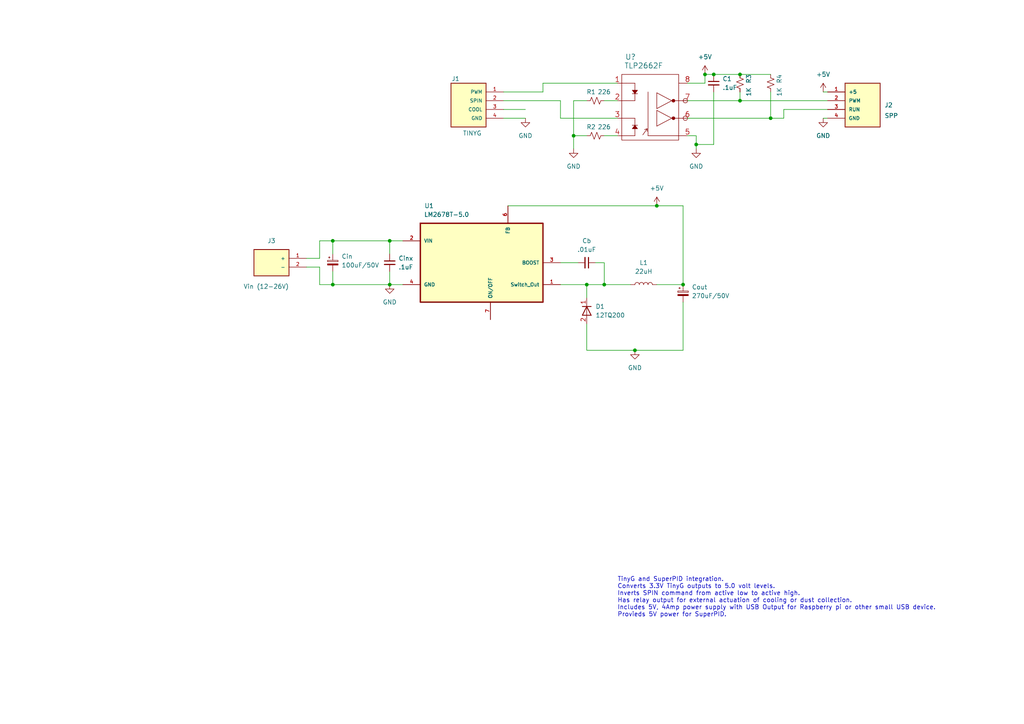
<source format=kicad_sch>
(kicad_sch (version 20211123) (generator eeschema)
  (paper "A4")
  (title_block (title "TinyG-SuperPID Integrator") (date "2022-12-12"))
  (lib_symbols
    (symbol "1_MyGlobalLib:LM2678T-5.0" (pin_names (offset 1.016))
      (property "Reference" "U" (at -4.7771 8.6648 0))
      (property "Value" "LM2678T-5.0" (at -17.78 -17.78 0))
      (symbol "LM2678T-5.0_0_0"
        (rectangle (start -17.78 -15.24) (end 17.78 7.62) (stroke (width 0.4064)) (fill (type background)))
        (pin output line (at 22.86 -10.16 180) (length 5.08) (name "Switch_Out") (number "1"))
        (pin input line (at -22.86 2.54 0) (length 5.08) (name "VIN") (number "2"))
        (pin passive line (at 22.86 -3.81 180) (length 5.08) (name "BOOST") (number "3"))
        (pin passive line (at -22.86 -10.16 0) (length 5.08) (name "GND") (number "4"))
        (pin no_connect line (at -6.35 -2.54 180) (length 5.08) hide (name "NC") (number "5"))
        (pin passive line (at 7.62 12.7 270) (length 5.08) (name "FB") (number "6"))
        (pin passive line (at 2.54 -20.32 90) (length 5.08) (name "ON/OFF") (number "7"))
      )
    )
    (symbol "1_MyGlobalLib:TB001-500-02BE" (pin_names (offset 1.016))
      (property "Reference" "J?" (at 0 7.62 0))
      (symbol "TB001-500-02BE_0_0"
        (rectangle (start -5.08 -2.54) (end 5.08 5.08) (stroke (width 0.254)) (fill (type background)))
        (pin passive line (at -10.16 2.54 0) (length 5.08) (name "+") (number "1"))
        (pin passive line (at -10.16 0 0) (length 5.08) (name "-") (number "2"))
      )
    )
    (symbol "1_MyGlobalLib:TB001-500-04BE" (pin_names (offset 1.016))
      (property "Reference" "J?" (at 6.35 1.2701 0))
      (property "Value" "SPP" (at 6.35 -2.54 0))
      (symbol "TB001-500-04BE_0_0"
        (rectangle (start -5.08 -5.08) (end 5.08 7.62) (stroke (width 0.254)) (fill (type background)))
        (pin passive line (at -10.16 5.08 0) (length 5.08) (name "+5") (number "1"))
        (pin passive line (at -10.16 2.54 0) (length 5.08) (name "PWM") (number "2"))
        (pin passive line (at -10.16 0 0) (length 5.08) (name "RUN") (number "3"))
        (pin passive line (at -10.16 -2.54 0) (length 5.08) (name "GND") (number "4"))
      )
    )
    (symbol "1_MyGlobalLib:TLP2662F" (pin_names (offset 4.064) hide)
      (property "Reference" "U" (at 0 1.27 0))
      (property "Value" "TLP2662F" (at 6.35 -20.32 0))
      (property "Cost1" "1.84" (at 0 0 0))
      (symbol "TLP2662F_1_1"
        (polyline (pts (xy -2.54 -17.78) (xy 0 -17.78)))
        (polyline (pts (xy -2.54 -12.7) (xy 0 -12.7)))
        (polyline (pts (xy -2.54 -7.62) (xy 0 -7.62)))
        (polyline (pts (xy -2.54 -2.54) (xy 0 -2.54)))
        (polyline (pts (xy 1.778 -14.732) (xy 3.302 -14.732)))
        (polyline (pts (xy 1.778 -5.588) (xy 3.302 -5.588)))
        (polyline (pts (xy 2.54 -17.78) (xy 0 -17.78)))
        (polyline (pts (xy 2.54 -15.748) (xy 2.54 -17.78)))
        (polyline (pts (xy 2.54 -14.732) (xy 2.54 -12.7)))
        (polyline (pts (xy 2.54 -12.7) (xy 0 -12.7)))
        (polyline (pts (xy 2.54 -7.62) (xy 0 -7.62)))
        (polyline (pts (xy 2.54 -7.62) (xy 2.54 -5.588)))
        (polyline (pts (xy 2.54 -2.54) (xy 0 -2.54)))
        (polyline (pts (xy 2.54 -2.54) (xy 2.54 -4.572)))
        (polyline (pts (xy 5.334 -16.002) (xy 6.096 -15.748)))
        (polyline (pts (xy 6.096 -16.51) (xy 6.096 -15.748)))
        (polyline (pts (xy 6.096 -15.748) (xy 4.826 -17.526)))
        (polyline (pts (xy 6.35 -17.78) (xy 15.24 -17.78)))
        (polyline (pts (xy 6.35 -5.08) (xy 6.35 -17.78)))
        (polyline (pts (xy 8.89 -14.986) (xy 13.208 -12.7)))
        (polyline (pts (xy 8.89 -10.414) (xy 8.89 -14.986)))
        (polyline (pts (xy 8.89 -10.414) (xy 13.208 -12.7)))
        (polyline (pts (xy 8.89 -9.906) (xy 13.208 -7.62)))
        (polyline (pts (xy 8.89 -5.334) (xy 8.89 -9.906)))
        (polyline (pts (xy 8.89 -5.334) (xy 13.208 -7.62)))
        (polyline (pts (xy 14.224 -12.7) (xy 15.24 -12.7)))
        (polyline (pts (xy 14.224 -7.62) (xy 15.24 -7.62)))
        (polyline (pts (xy 17.78 -17.78) (xy 15.24 -17.78)))
        (polyline (pts (xy 17.78 -12.7) (xy 15.24 -12.7)))
        (polyline (pts (xy 17.78 -7.62) (xy 15.24 -7.62)))
        (polyline (pts (xy 17.78 -2.54) (xy 15.24 -2.54)))
        (polyline (pts (xy -1.27 0) (xy -1.27 -19.05) (xy 15.24 -19.05) (xy 15.24 0) (xy -1.27 0)))
        (polyline (pts (xy 1.778 -15.748) (xy 1.778 -15.748) (xy 3.302 -15.748) (xy 2.54 -14.732) (xy 1.778 -15.748) (xy 1.778 -15.748)) (fill (type outline)))
        (polyline (pts (xy 1.778 -4.572) (xy 1.778 -4.572) (xy 3.302 -4.572) (xy 2.54 -5.588) (xy 1.778 -4.572) (xy 1.778 -4.572)) (fill (type outline)))
        (circle (center 13.716 -12.7) (radius 0.254) (stroke (width 0.508)))
        (circle (center 13.716 -7.62) (radius 0.254) (stroke (width 0.508)))
        (pin input line (at -2.54 -2.54 180) (length 0.0254) (name "A1") (number "1"))
        (pin input line (at -2.54 -7.62 180) (length 0.0254) (name "C1") (number "2"))
        (pin input line (at -2.54 -12.7 180) (length 0.0254) (name "C2") (number "3"))
        (pin input line (at -2.54 -17.78 180) (length 0.0254) (name "A2") (number "4"))
        (pin power_in line (at 17.78 -17.78 0) (length 0.0254) (name "GND") (number "5"))
        (pin output inverted (at 17.78 -12.7 0) (length 0.0254) (name "O2") (number "6"))
        (pin output inverted (at 17.78 -7.62 0) (length 0.0254) (name "O1") (number "7"))
        (pin power_in line (at 17.78 -2.54 0) (length 0.0254) (name "Vcc") (number "8"))
      )
    )
    (symbol "Device:C_Polarized_Small" (pin_numbers hide) (pin_names (offset 0.254) hide)
      (property "Reference" "C" (at 0.254 1.778 0))
      (property "Value" "C_Polarized_Small" (at 0.254 -2.032 0))
      (symbol "C_Polarized_Small_0_1"
        (rectangle (start -1.524 -0.3048) (end 1.524 -0.6858) (fill (type outline)))
        (rectangle (start -1.524 0.6858) (end 1.524 0.3048))
        (polyline (pts (xy -1.27 1.524) (xy -0.762 1.524)))
        (polyline (pts (xy -1.016 1.27) (xy -1.016 1.778)))
      )
      (symbol "C_Polarized_Small_1_1"
        (pin passive line (at 0 2.54 270) (length 1.8542) (name "~") (number "1"))
        (pin passive line (at 0 -2.54 90) (length 1.8542) (name "~") (number "2"))
      )
    )
    (symbol "Device:C_Small" (pin_numbers hide) (pin_names (offset 0.254) hide)
      (property "Reference" "C" (at 0.254 1.778 0))
      (property "Value" "C_Small" (at 0.254 -2.032 0))
      (symbol "C_Small_0_1"
        (polyline (pts (xy -1.524 -0.508) (xy 1.524 -0.508)) (stroke (width 0.3302)))
        (polyline (pts (xy -1.524 0.508) (xy 1.524 0.508)) (stroke (width 0.3048)))
      )
      (symbol "C_Small_1_1"
        (pin passive line (at 0 2.54 270) (length 2.032) (name "~") (number "1"))
        (pin passive line (at 0 -2.54 90) (length 2.032) (name "~") (number "2"))
      )
    )
    (symbol "Device:L" (pin_numbers hide) (pin_names (offset 1.016) hide)
      (property "Reference" "L" (at -1.27 0 90))
      (property "Value" "L" (at 1.905 0 90))
      (symbol "L_0_1"
        (arc (start 0 -2.54) (mid 0.635 -1.905) (end 0 -1.27))
        (arc (start 0 -1.27) (mid 0.635 -0.635) (end 0 0))
        (arc (start 0 0) (mid 0.635 0.635) (end 0 1.27))
        (arc (start 0 1.27) (mid 0.635 1.905) (end 0 2.54))
      )
      (symbol "L_1_1"
        (pin passive line (at 0 3.81 270) (length 1.27) (name "1") (number "1"))
        (pin passive line (at 0 -3.81 90) (length 1.27) (name "2") (number "2"))
      )
    )
    (symbol "Device:R_Small_US" (pin_numbers hide) (pin_names (offset 0.254) hide)
      (property "Reference" "R" (at 0.762 0.508 0))
      (property "Value" "R_Small_US" (at 0.762 -1.016 0))
      (symbol "R_Small_US_1_1"
        (polyline (pts (xy 0 0) (xy 1.016 -0.381) (xy 0 -0.762) (xy -1.016 -1.143) (xy 0 -1.524)))
        (polyline (pts (xy 0 1.524) (xy 1.016 1.143) (xy 0 0.762) (xy -1.016 0.381) (xy 0 0)))
        (pin passive line (at 0 2.54 270) (length 1.016) (name "~") (number "1"))
        (pin passive line (at 0 -2.54 90) (length 1.016) (name "~") (number "2"))
      )
    )
    (symbol "Diode:BYV79-100" (pin_names (offset 1.016) hide)
      (property "Reference" "D" (at 0 2.54 0))
      (property "Value" "BYV79-100" (at 0 -2.54 0))
      (symbol "BYV79-100_0_1"
        (polyline (pts (xy -1.27 1.27) (xy -1.27 -1.27)) (stroke (width 0.254)))
        (polyline (pts (xy 1.27 0) (xy -1.27 0)))
        (polyline (pts (xy 1.27 1.27) (xy 1.27 -1.27) (xy -1.27 0) (xy 1.27 1.27)) (stroke (width 0.254)))
      )
      (symbol "BYV79-100_1_1"
        (pin passive line (at -3.81 0 0) (length 2.54) (name "K") (number "1"))
        (pin passive line (at 3.81 0 180) (length 2.54) (name "A") (number "2"))
      )
    )
    (symbol "TB001-500-04BE_1" (pin_names (offset 1.016))
      (property "Reference" "J?" (at -6.35 1.2701 0))
      (property "Value" "TB001-500-04BE_1" (at -3.81 -7.62 0))
      (symbol "TB001-500-04BE_1_0_0"
        (rectangle (start -5.08 -5.08) (end 5.08 7.62) (stroke (width 0.254)) (fill (type background)))
        (pin passive line (at -10.16 5.08 0) (length 5.08) (name "PWM") (number "1"))
        (pin passive line (at -10.16 2.54 0) (length 5.08) (name "SPIN") (number "2"))
        (pin passive line (at -10.16 0 0) (length 5.08) (name "COOL") (number "3"))
        (pin passive line (at -10.16 -2.54 0) (length 5.08) (name "GND") (number "4"))
      )
    )
    (symbol "power:+5V" (power) (pin_names (offset 0))
      (property "Value" "+5V" (at 0 3.556 0))
      (symbol "+5V_0_1"
        (polyline (pts (xy -0.762 1.27) (xy 0 2.54)))
        (polyline (pts (xy 0 0) (xy 0 2.54)))
        (polyline (pts (xy 0 2.54) (xy 0.762 1.27)))
      )
      (symbol "+5V_1_1"
        (pin power_in line (at 0 0 90) (length 0) hide (name "+5V") (number "1"))
      )
    )
    (symbol "power:GND" (power) (pin_names (offset 0))
      (property "Value" "GND" (at 0 -3.81 0))
      (symbol "GND_0_1"
        (polyline (pts (xy 0 0) (xy 0 -1.27) (xy 1.27 -1.27) (xy 0 -2.54) (xy -1.27 -1.27) (xy 0 -1.27)))
      )
      (symbol "GND_1_1"
        (pin power_in line (at 0 0 270) (length 0) hide (name "GND") (number "1"))
      )
    )
  )
  (junction (at 96.52 69.85))
  (junction (at 96.52 82.55))
  (junction (at 207.01 21.59))
  (junction (at 113.03 69.85))
  (junction (at 204.47 21.59))
  (junction (at 175.26 82.55))
  (junction (at 198.12 82.55))
  (junction (at 184.15 101.6))
  (junction (at 166.37 39.37))
  (junction (at 170.18 82.55))
  (junction (at 214.63 29.21))
  (junction (at 201.93 41.91))
  (junction (at 214.63 21.59))
  (junction (at 113.03 82.55))
  (junction (at 190.5 59.69))
  (junction (at 223.52 34.29))
  (wire (pts (xy 204.47 24.13) (xy 204.47 21.59)))
  (wire (pts (xy 175.26 29.21) (xy 179.07 29.21)))
  (wire (pts (xy 166.37 39.37) (xy 170.18 39.37)))
  (wire (pts (xy 92.71 74.93) (xy 92.71 69.85)))
  (wire (pts (xy 223.52 34.29) (xy 223.52 26.67)))
  (wire (pts (xy 88.9 77.47) (xy 92.71 77.47)))
  (wire (pts (xy 157.48 24.13) (xy 179.07 24.13)))
  (wire (pts (xy 201.93 41.91) (xy 201.93 39.37)))
  (wire (pts (xy 240.03 31.75) (xy 227.33 31.75)))
  (wire (pts (xy 199.39 24.13) (xy 204.47 24.13)))
  (wire (pts (xy 238.76 26.67) (xy 240.03 26.67)))
  (wire (pts (xy 207.01 26.67) (xy 207.01 41.91)))
  (wire (pts (xy 92.71 69.85) (xy 96.52 69.85)))
  (wire (pts (xy 146.05 29.21) (xy 162.56 29.21)))
  (wire (pts (xy 190.5 59.69) (xy 198.12 59.69)))
  (wire (pts (xy 198.12 87.63) (xy 198.12 101.6)))
  (wire (pts (xy 240.03 34.29) (xy 238.76 34.29)))
  (wire (pts (xy 227.33 31.75) (xy 227.33 34.29)))
  (wire (pts (xy 199.39 29.21) (xy 214.63 29.21)))
  (wire (pts (xy 172.72 76.2) (xy 175.26 76.2)))
  (wire (pts (xy 175.26 76.2) (xy 175.26 82.55)))
  (wire (pts (xy 113.03 69.85) (xy 113.03 73.66)))
  (wire (pts (xy 214.63 21.59) (xy 223.52 21.59)))
  (wire (pts (xy 113.03 82.55) (xy 96.52 82.55)))
  (wire (pts (xy 204.47 21.59) (xy 207.01 21.59)))
  (wire (pts (xy 88.9 74.93) (xy 92.71 74.93)))
  (wire (pts (xy 170.18 82.55) (xy 170.18 86.36)))
  (wire (pts (xy 113.03 69.85) (xy 116.84 69.85)))
  (wire (pts (xy 157.48 26.67) (xy 157.48 24.13)))
  (wire (pts (xy 214.63 29.21) (xy 214.63 26.67)))
  (wire (pts (xy 162.56 82.55) (xy 170.18 82.55)))
  (wire (pts (xy 96.52 73.66) (xy 96.52 69.85)))
  (wire (pts (xy 162.56 76.2) (xy 167.64 76.2)))
  (wire (pts (xy 175.26 82.55) (xy 182.88 82.55)))
  (wire (pts (xy 198.12 101.6) (xy 184.15 101.6)))
  (wire (pts (xy 92.71 77.47) (xy 92.71 82.55)))
  (wire (pts (xy 170.18 82.55) (xy 175.26 82.55)))
  (wire (pts (xy 170.18 101.6) (xy 170.18 93.98)))
  (wire (pts (xy 146.05 26.67) (xy 157.48 26.67)))
  (wire (pts (xy 162.56 34.29) (xy 179.07 34.29)))
  (wire (pts (xy 201.93 43.18) (xy 201.93 41.91)))
  (wire (pts (xy 207.01 21.59) (xy 214.63 21.59)))
  (wire (pts (xy 175.26 39.37) (xy 179.07 39.37)))
  (wire (pts (xy 152.4 34.29) (xy 146.05 34.29)))
  (wire (pts (xy 198.12 59.69) (xy 198.12 82.55)))
  (wire (pts (xy 166.37 29.21) (xy 166.37 39.37)))
  (wire (pts (xy 166.37 29.21) (xy 170.18 29.21)))
  (wire (pts (xy 152.4 31.75) (xy 146.05 31.75)))
  (wire (pts (xy 96.52 82.55) (xy 96.52 78.74)))
  (wire (pts (xy 166.37 39.37) (xy 166.37 43.18)))
  (wire (pts (xy 96.52 69.85) (xy 113.03 69.85)))
  (wire (pts (xy 184.15 101.6) (xy 170.18 101.6)))
  (wire (pts (xy 147.32 59.69) (xy 190.5 59.69)))
  (wire (pts (xy 214.63 29.21) (xy 240.03 29.21)))
  (wire (pts (xy 113.03 78.74) (xy 113.03 82.55)))
  (wire (pts (xy 199.39 34.29) (xy 223.52 34.29)))
  (wire (pts (xy 201.93 39.37) (xy 199.39 39.37)))
  (wire (pts (xy 116.84 82.55) (xy 113.03 82.55)))
  (wire (pts (xy 227.33 34.29) (xy 223.52 34.29)))
  (wire (pts (xy 162.56 29.21) (xy 162.56 34.29)))
  (wire (pts (xy 92.71 82.55) (xy 96.52 82.55)))
  (wire (pts (xy 190.5 82.55) (xy 198.12 82.55)))
  (wire (pts (xy 207.01 41.91) (xy 201.93 41.91)))
  (text "TinyG and SuperPID integration.\nConverts 3.3V TinyG outputs to 5.0 volt levels.\nInverts SPIN command from active low to active high.\nHas relay output for external actuation of cooling or dust collection.\nIncludes 5V, 4Amp power supply with USB Output for Raspberry pi or other small USB device.\nProvieds 5V power for SuperPID." (at 179.07 179.07 0) (effects (font (size 1.27 1.27)) (justify left bottom)))
  (symbol (lib_id "power:GND") (at 238.76 34.29 0) (mirror y) (unit 1)
    (property "Reference" "#PWR?" (effects hide))
    (property "Value" "GND" (at 238.76 39.37 0))
  )
  (symbol (lib_id "power:GND") (at 166.37 43.18 0) (unit 1)
    (property "Reference" "#PWR?" (effects hide))
    (property "Value" "GND" (at 166.37 48.26 0))
  )
  (symbol (lib_id "power:GND") (at 152.4 34.29 0) (mirror y) (unit 1)
    (property "Reference" "#PWR?" (effects hide))
    (property "Value" "GND" (at 152.4 39.37 0))
  )
  (symbol (lib_id "1_MyGlobalLib:TB001-500-02BE") (at 78.74 77.47 0) (mirror y) (unit 1)
    (property "Reference" "J3" (at 78.74 69.85 0))
    (property "Value" "Vin (12-26V)" (at 83.82 83.82 0) (effects (justify left bottom)))
    (property "Footprint" "1_MyGlobalLibFootprintLibrary:CUI_TB001-500-02BE" (effects hide))
    (property "MANUFACTURER" "CUI" (effects hide))
    (property "STANDARD" "Manufacturer Recommendations" (effects hide))
    (property "Digikey" "102-6134-ND" (effects hide))
    (property "Cost1" ".66" (effects hide))
  )
  (symbol (lib_id "Device:R_Small_US") (at 214.63 24.13 180) (unit 1)
    (property "Reference" "R3" (at 217.17 22.86 90))
    (property "Value" "1K" (at 217.17 26.67 90))
    (property "Footprint" "1_MyGlobalLibFootprintLibrary:MRS25000C2260FCT00" (effects hide))
    (property "Digikey" "BC3325CT-ND" (effects hide))
    (property "Cost1" ".29" (effects hide))
  )
  (symbol (lib_id "power:GND") (at 113.03 82.55 0) (unit 1)
    (property "Reference" "#PWR?" (effects hide))
    (property "Value" "GND" (at 113.03 87.63 0))
  )
  (symbol (lib_id "Device:C_Polarized_Small") (at 198.12 85.09 0) (unit 1)
    (property "Reference" "Cout" (at 200.66 83.2738 0) (effects (justify left)))
    (property "Value" "270uF/50V" (at 200.66 85.8138 0) (effects (justify left)))
    (property "Footprint" "Capacitor_THT:CP_Radial_D10.0mm_P5.00mm" (effects hide))
    (property "Digikey" "399-ESY277M050AH4AA-ND" (effects hide))
  )
  (symbol (lib_id "Diode:BYV79-100") (at 170.18 90.17 270) (unit 1)
    (property "Reference" "D1" (at 172.72 88.8999 90) (effects (justify left)))
    (property "Value" "12TQ200" (at 172.72 91.4399 90) (effects (justify left)))
    (property "Footprint" "Package_TO_SOT_THT:TO-220-2_Vertical" (effects hide))
    (property "Datasheet" "http://pdf.datasheetcatalog.com/datasheet/philips/BYV79-100.pdf" (effects hide))
    (property "Digikey" "1655-1003-ND" (effects hide))
    (property "COST1" ".90" (effects hide))
  )
  (symbol (lib_id "Device:R_Small_US") (at 172.72 29.21 270) (unit 1)
    (property "Reference" "R1" (at 171.45 26.67 90))
    (property "Value" "226" (at 175.26 26.67 90))
    (property "Footprint" "1_MyGlobalLibFootprintLibrary:MRS25000C2260FCT00" (effects hide))
    (property "Digikey" "BC4072CT-ND" (effects hide))
    (property "Cost1" ".29" (effects hide))
  )
  (symbol (lib_id "power:+5V") (at 204.47 21.59 0) (unit 1)
    (property "Reference" "#PWR?" (effects hide))
    (property "Value" "+5V" (at 204.47 16.51 0))
  )
  (symbol (lib_id "Device:C_Polarized_Small") (at 96.52 76.2 0) (unit 1)
    (property "Reference" "Cin" (at 99.06 74.3838 0) (effects (justify left)))
    (property "Value" "100uF/50V" (at 99.06 76.9238 0) (effects (justify left)))
    (property "Footprint" "Capacitor_THT:CP_Radial_D8.0mm_P3.50mm" (effects hide))
    (property "Digikey" "399-6119-ND" (effects hide))
    (property "Cost1" ".49" (effects hide))
  )
  (symbol (lib_id "1_MyGlobalLib:TLP2662F") (at 181.61 21.59 0) (unit 1)
    (property "Reference" "U?" (at 182.88 16.51 0) (effects (font (size 1.524 1.524))))
    (property "Value" "TLP2662F" (at 186.69 19.05 0) (effects (font (size 1.524 1.524))))
    (property "Footprint" "1_MyGlobalLibFootprintLibrary:TLP2662F" (effects hide))
    (property "Digikey" "TLP2662(F)-ND" (effects hide))
    (property "Cost1" "1.84" (effects hide))
  )
  (symbol (lib_id "power:GND") (at 201.93 43.18 0) (unit 1)
    (property "Reference" "#PWR?" (effects hide))
    (property "Value" "GND" (at 201.93 48.26 0))
  )
  (symbol (lib_id "Device:C_Small") (at 113.03 76.2 0) (unit 1)
    (property "Reference" "Cinx" (at 115.57 74.9362 0) (effects (justify left)))
    (property "Value" ".1uF" (at 115.57 77.4762 0) (effects (justify left)))
    (property "Footprint" "Capacitor_THT:C_Disc_D3.8mm_W2.6mm_P2.50mm" (effects hide))
    (property "Digikey" "445-173588-1-ND" (effects hide))
    (property "Cost1" ".23" (effects hide))
  )
  (symbol (lib_id "Device:R_Small_US") (at 172.72 39.37 270) (unit 1)
    (property "Reference" "R2" (at 171.45 36.83 90))
    (property "Value" "226" (at 175.26 36.83 90))
    (property "Footprint" "1_MyGlobalLibFootprintLibrary:MRS25000C2260FCT00" (effects hide))
    (property "Digikey" "BC4072CT-ND" (effects hide))
    (property "Cost1" ".29" (effects hide))
  )
  (symbol (lib_id "power:GND") (at 184.15 101.6 0) (unit 1)
    (property "Reference" "#PWR?" (effects hide))
    (property "Value" "GND" (at 184.15 106.68 0))
  )
  (symbol (lib_name "TB001-500-04BE_1") (lib_id "1_MyGlobalLib:TB001-500-04BE") (at 135.89 31.75 0) (mirror y) (unit 1)
    (property "Reference" "J1" (at 133.35 22.86 0) (effects (justify left)))
    (property "Value" "TINYG" (at 139.7 39.37 0) (effects (justify left bottom)))
    (property "Footprint" "1_MyGlobalLibFootprintLibrary:CUI_TB001-500-04BE" (effects hide))
    (property "MANUFACTURER" "CUI" (effects hide))
    (property "STANDARD" "Manufacturer Recommendations" (effects hide))
    (property "Digikey" "102-6136-ND" (effects hide))
    (property "Cost1" ".85" (effects hide))
  )
  (symbol (lib_id "power:+5V") (at 238.76 26.67 0) (mirror y) (unit 1)
    (property "Reference" "#PWR?" (effects hide))
    (property "Value" "+5V" (at 238.76 21.59 0))
  )
  (symbol (lib_id "Device:C_Small") (at 207.01 24.13 0) (unit 1)
    (property "Reference" "C1" (at 209.55 22.8662 0) (effects (justify left)))
    (property "Value" ".1uF" (at 209.55 25.4062 0) (effects (justify left)))
    (property "Footprint" "Capacitor_THT:C_Disc_D3.8mm_W2.6mm_P2.50mm" (effects hide))
    (property "Digikey" "445-173588-1-ND" (effects hide))
    (property "Cost1" ".23" (effects hide))
  )
  (symbol (lib_id "Device:C_Small") (at 170.18 76.2 270) (unit 1)
    (property "Reference" "Cb" (at 170.1736 69.85 90))
    (property "Value" ".01uF" (at 170.1736 72.39 90))
    (property "Footprint" "Capacitor_THT:C_Disc_D3.8mm_W2.6mm_P2.50mm" (effects hide))
    (property "Digikey" "445-173172-1-ND" (effects hide))
    (property "Cost1" ".35" (effects hide))
  )
  (symbol (lib_id "Device:L") (at 186.69 82.55 90) (unit 1)
    (property "Reference" "L1" (at 186.69 76.2 90))
    (property "Value" "22uH" (at 186.69 78.74 90))
    (property "Footprint" "Inductor_THT:L_Radial_D16.8mm_P12.07mm_Vishay_IHB-1" (effects hide))
    (property "Digikey" "732-7163-ND" (effects hide))
    (property "Cost1" "2.46" (effects hide))
  )
  (symbol (lib_id "1_MyGlobalLib:TB001-500-04BE") (at 250.19 31.75 0) (unit 1)
    (property "Reference" "J2" (at 256.54 30.4799 0) (effects (justify left)))
    (property "Value" "SPP" (at 256.54 34.29 0) (effects (justify left bottom)))
    (property "Footprint" "1_MyGlobalLibFootprintLibrary:CUI_TB001-500-04BE" (effects hide))
    (property "MANUFACTURER" "CUI" (effects hide))
    (property "STANDARD" "Manufacturer Recommendations" (effects hide))
    (property "Digikey" "102-6136-ND" (effects hide))
    (property "Cost1" ".85" (effects hide))
  )
  (symbol (lib_id "1_MyGlobalLib:LM2678T-5.0") (at 139.7 72.39 0) (unit 1)
    (property "Reference" "U1" (at 124.46 59.69 0))
    (property "Value" "LM2678T-5.0" (at 129.54 62.23 0))
    (property "Footprint" "1_MyGlobalLibFootprintLibrary:TO127P457X1016X2052-7P" (effects hide))
    (property "OC_NEWARK" "41K4208" (effects hide))
    (property "MPN" "LLM2678T-5.0" (effects hide))
    (property "OC_FARNELL" "9778365" (effects hide))
    (property "SUPPLIER" "NATIONAL SEMICONDUCTOR" (effects hide))
    (property "PACKAGE" "TO-220-7" (effects hide))
  )
  (symbol (lib_id "power:+5V") (at 190.5 59.69 0) (unit 1)
    (property "Reference" "#PWR?" (effects hide))
    (property "Value" "+5V" (at 190.5 54.61 0))
  )
  (symbol (lib_id "Device:R_Small_US") (at 223.52 24.13 180) (unit 1)
    (property "Reference" "R4" (at 226.06 22.86 90))
    (property "Value" "1K" (at 226.06 26.67 90))
    (property "Footprint" "1_MyGlobalLibFootprintLibrary:MRS25000C2260FCT00" (effects hide))
    (property "Digikey" "BC3325CT-ND" (effects hide))
    (property "Cost1" ".29" (effects hide))
  )
)
</source>
